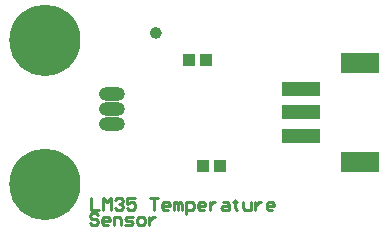
<source format=gts>
%FSLAX23Y23*%
%MOIN*%
G70*
G01*
G75*
G04 Layer_Color=8388736*
%ADD10R,0.118X0.059*%
%ADD11R,0.118X0.039*%
%ADD12R,0.031X0.035*%
%ADD13C,0.010*%
%ADD14O,0.079X0.039*%
%ADD15O,0.079X0.039*%
%ADD16C,0.236*%
%ADD17C,0.039*%
%ADD18C,0.031*%
%ADD19C,0.008*%
%ADD20C,0.000*%
%ADD21C,0.004*%
%ADD22R,0.050X0.045*%
%ADD23C,0.020*%
%ADD24C,0.059*%
%ADD25R,0.126X0.067*%
%ADD26R,0.126X0.047*%
%ADD27R,0.039X0.043*%
%ADD28O,0.087X0.047*%
%ADD29O,0.087X0.047*%
D13*
X336Y63D02*
X330Y69D01*
X317D01*
X310Y63D01*
Y56D01*
X317Y50D01*
X330D01*
X336Y43D01*
Y37D01*
X330Y30D01*
X317D01*
X310Y37D01*
X369Y30D02*
X356D01*
X349Y37D01*
Y50D01*
X356Y56D01*
X369D01*
X376Y50D01*
Y43D01*
X349D01*
X389Y30D02*
Y56D01*
X408D01*
X415Y50D01*
Y30D01*
X428D02*
X448D01*
X454Y37D01*
X448Y43D01*
X435D01*
X428Y50D01*
X435Y56D01*
X454D01*
X474Y30D02*
X487D01*
X494Y37D01*
Y50D01*
X487Y56D01*
X474D01*
X467Y50D01*
Y37D01*
X474Y30D01*
X507Y56D02*
Y30D01*
Y43D01*
X513Y50D01*
X520Y56D01*
X526D01*
X315Y119D02*
Y80D01*
X341D01*
X354D02*
Y119D01*
X367Y106D01*
X381Y119D01*
Y80D01*
X394Y113D02*
X400Y119D01*
X413D01*
X420Y113D01*
Y106D01*
X413Y100D01*
X407D01*
X413D01*
X420Y93D01*
Y87D01*
X413Y80D01*
X400D01*
X394Y87D01*
X459Y119D02*
X433D01*
Y100D01*
X446Y106D01*
X453D01*
X459Y100D01*
Y87D01*
X453Y80D01*
X440D01*
X433Y87D01*
X512Y119D02*
X538D01*
X525D01*
Y80D01*
X571D02*
X558D01*
X551Y87D01*
Y100D01*
X558Y106D01*
X571D01*
X577Y100D01*
Y93D01*
X551D01*
X591Y80D02*
Y106D01*
X597D01*
X604Y100D01*
Y80D01*
Y100D01*
X610Y106D01*
X617Y100D01*
Y80D01*
X630Y67D02*
Y106D01*
X650D01*
X656Y100D01*
Y87D01*
X650Y80D01*
X630D01*
X689D02*
X676D01*
X669Y87D01*
Y100D01*
X676Y106D01*
X689D01*
X695Y100D01*
Y93D01*
X669D01*
X709Y106D02*
Y80D01*
Y93D01*
X715Y100D01*
X722Y106D01*
X728D01*
X754D02*
X768D01*
X774Y100D01*
Y80D01*
X754D01*
X748Y87D01*
X754Y93D01*
X774D01*
X794Y113D02*
Y106D01*
X787D01*
X800D01*
X794D01*
Y87D01*
X800Y80D01*
X820Y106D02*
Y87D01*
X827Y80D01*
X846D01*
Y106D01*
X859D02*
Y80D01*
Y93D01*
X866Y100D01*
X873Y106D01*
X879D01*
X918Y80D02*
X905D01*
X899Y87D01*
Y100D01*
X905Y106D01*
X918D01*
X925Y100D01*
Y93D01*
X899D01*
D16*
X160Y645D02*
D03*
Y165D02*
D03*
D17*
X249Y645D02*
D03*
X223Y582D02*
D03*
X160Y556D02*
D03*
X97Y582D02*
D03*
X71Y645D02*
D03*
X160Y734D02*
D03*
X223Y708D02*
D03*
X97D02*
D03*
Y228D02*
D03*
X223D02*
D03*
X160Y254D02*
D03*
X71Y165D02*
D03*
X97Y102D02*
D03*
X160Y76D02*
D03*
X223Y102D02*
D03*
X249Y165D02*
D03*
D23*
X540Y670D02*
G03*
X540Y670I-10J0D01*
G01*
D24*
X249Y645D02*
G03*
X249Y645I-89J0D01*
G01*
Y165D02*
G03*
X249Y165I-89J0D01*
G01*
D25*
X1212Y240D02*
D03*
Y570D02*
D03*
D26*
X1015Y484D02*
D03*
Y326D02*
D03*
Y405D02*
D03*
Y484D02*
D03*
D27*
X698Y580D02*
D03*
X642D02*
D03*
X687Y225D02*
D03*
X743D02*
D03*
D28*
X385Y465D02*
D03*
Y415D02*
D03*
D29*
Y365D02*
D03*
M02*

</source>
